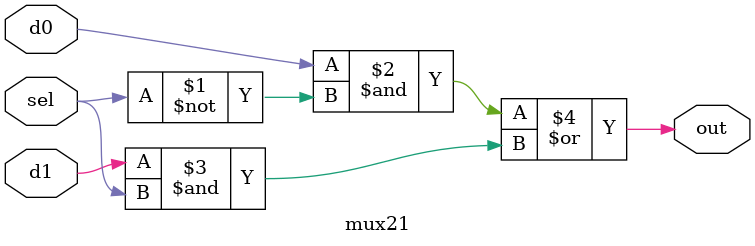
<source format=v>

module mux21(d0, d1, sel, out);
input d0, d1, sel;
output out;

assign out = (d0 & ~sel) | (d1 & sel);

endmodule

</source>
